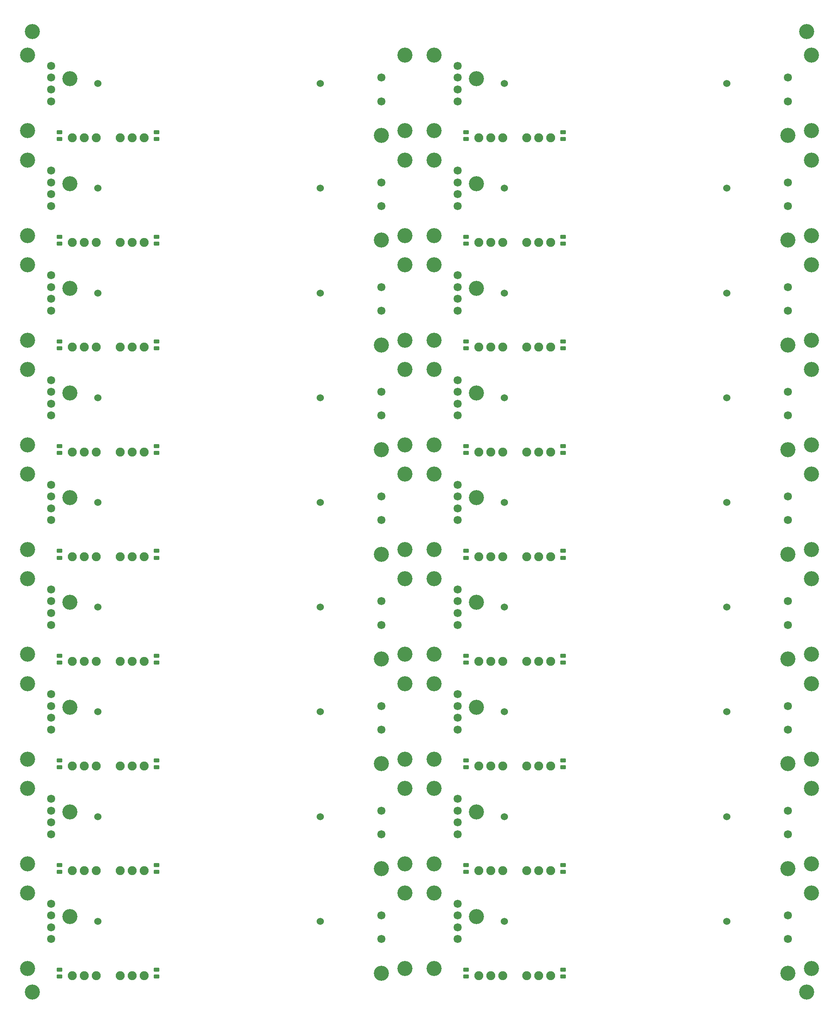
<source format=gbr>
%TF.GenerationSoftware,KiCad,Pcbnew,(5.99.0-11441-g1a5e63bcab)*%
%TF.CreationDate,2022-01-11T09:27:26+01:00*%
%TF.ProjectId,Slider_potentiometer,536c6964-6572-45f7-906f-74656e74696f,V1.1.1.*%
%TF.SameCoordinates,PX5f5e100PYe5d5e40*%
%TF.FileFunction,Soldermask,Top*%
%TF.FilePolarity,Negative*%
%FSLAX46Y46*%
G04 Gerber Fmt 4.6, Leading zero omitted, Abs format (unit mm)*
G04 Created by KiCad (PCBNEW (5.99.0-11441-g1a5e63bcab)) date 2022-01-11 09:27:26*
%MOMM*%
%LPD*%
G01*
G04 APERTURE LIST*
G04 Aperture macros list*
%AMRoundRect*
0 Rectangle with rounded corners*
0 $1 Rounding radius*
0 $2 $3 $4 $5 $6 $7 $8 $9 X,Y pos of 4 corners*
0 Add a 4 corners polygon primitive as box body*
4,1,4,$2,$3,$4,$5,$6,$7,$8,$9,$2,$3,0*
0 Add four circle primitives for the rounded corners*
1,1,$1+$1,$2,$3*
1,1,$1+$1,$4,$5*
1,1,$1+$1,$6,$7*
1,1,$1+$1,$8,$9*
0 Add four rect primitives between the rounded corners*
20,1,$1+$1,$2,$3,$4,$5,0*
20,1,$1+$1,$4,$5,$6,$7,0*
20,1,$1+$1,$6,$7,$8,$9,0*
20,1,$1+$1,$8,$9,$2,$3,0*%
G04 Aperture macros list end*
%ADD10C,3.200000*%
%ADD11RoundRect,0.100000X0.500000X-0.330000X0.500000X0.330000X-0.500000X0.330000X-0.500000X-0.330000X0*%
%ADD12RoundRect,0.100000X-0.500000X0.330000X-0.500000X-0.330000X0.500000X-0.330000X0.500000X0.330000X0*%
%ADD13C,1.900000*%
%ADD14C,1.724000*%
%ADD15C,1.524000*%
G04 APERTURE END LIST*
D10*
%TO.C,FD1*%
X4000000Y201600000D03*
%TD*%
%TO.C,FD1*%
X168200000Y201600000D03*
%TD*%
%TO.C,FD1*%
X168200000Y-2000000D03*
%TD*%
%TO.C,FD1*%
X4000000Y-2000000D03*
%TD*%
D11*
%TO.C,C2*%
X9810000Y178870000D03*
X9810000Y180330000D03*
%TD*%
D10*
%TO.C,H1*%
X89200000Y180600000D03*
%TD*%
D12*
%TO.C,C1*%
X116550000Y180330000D03*
X116550000Y178870000D03*
%TD*%
D11*
%TO.C,C2*%
X96010000Y178870000D03*
X96010000Y180330000D03*
%TD*%
D13*
%TO.C,K2*%
X98660000Y179100000D03*
X101200000Y179100000D03*
X103740000Y179100000D03*
%TD*%
D10*
%TO.C,H2*%
X89200000Y196600000D03*
%TD*%
D13*
%TO.C,K1*%
X108820000Y179100000D03*
X111360000Y179100000D03*
X113900000Y179100000D03*
%TD*%
D10*
%TO.C,FD2*%
X164200000Y179600000D03*
%TD*%
%TO.C,H3*%
X169200000Y196600000D03*
%TD*%
%TO.C,H4*%
X169200000Y180600000D03*
%TD*%
%TO.C,FD1*%
X98200000Y191600000D03*
%TD*%
D14*
%TO.C,R1*%
X94200000Y191850000D03*
X94200000Y186850000D03*
D15*
X104100000Y190600000D03*
X151300000Y190600000D03*
D14*
X94200000Y194350000D03*
X94200000Y189350000D03*
X164200000Y191850000D03*
X164200000Y186850000D03*
%TD*%
D13*
%TO.C,K2*%
X12460000Y179100000D03*
X15000000Y179100000D03*
X17540000Y179100000D03*
%TD*%
D10*
%TO.C,H3*%
X83000000Y196600000D03*
%TD*%
%TO.C,H4*%
X83000000Y180600000D03*
%TD*%
%TO.C,FD1*%
X12000000Y191600000D03*
%TD*%
D14*
%TO.C,R1*%
X8000000Y191850000D03*
X8000000Y186850000D03*
D15*
X17900000Y190600000D03*
X65100000Y190600000D03*
D14*
X8000000Y194350000D03*
X8000000Y189350000D03*
X78000000Y191850000D03*
X78000000Y186850000D03*
%TD*%
D10*
%TO.C,H1*%
X3000000Y180600000D03*
%TD*%
%TO.C,FD2*%
X78000000Y179600000D03*
%TD*%
D13*
%TO.C,K1*%
X22620000Y179100000D03*
X25160000Y179100000D03*
X27700000Y179100000D03*
%TD*%
D10*
%TO.C,H2*%
X3000000Y196600000D03*
%TD*%
D12*
%TO.C,C1*%
X30350000Y180330000D03*
X30350000Y178870000D03*
%TD*%
D11*
%TO.C,C2*%
X9810000Y156670000D03*
X9810000Y158130000D03*
%TD*%
D10*
%TO.C,H1*%
X89200000Y158400000D03*
%TD*%
D12*
%TO.C,C1*%
X116550000Y158130000D03*
X116550000Y156670000D03*
%TD*%
D11*
%TO.C,C2*%
X96010000Y156670000D03*
X96010000Y158130000D03*
%TD*%
D13*
%TO.C,K2*%
X98660000Y156900000D03*
X101200000Y156900000D03*
X103740000Y156900000D03*
%TD*%
D10*
%TO.C,H2*%
X89200000Y174400000D03*
%TD*%
D13*
%TO.C,K1*%
X108820000Y156900000D03*
X111360000Y156900000D03*
X113900000Y156900000D03*
%TD*%
D10*
%TO.C,FD2*%
X164200000Y157400000D03*
%TD*%
%TO.C,H3*%
X169200000Y174400000D03*
%TD*%
%TO.C,H4*%
X169200000Y158400000D03*
%TD*%
%TO.C,FD1*%
X98200000Y169400000D03*
%TD*%
D14*
%TO.C,R1*%
X94200000Y169650000D03*
X94200000Y164650000D03*
D15*
X104100000Y168400000D03*
X151300000Y168400000D03*
D14*
X94200000Y172150000D03*
X94200000Y167150000D03*
X164200000Y169650000D03*
X164200000Y164650000D03*
%TD*%
D13*
%TO.C,K2*%
X12460000Y156900000D03*
X15000000Y156900000D03*
X17540000Y156900000D03*
%TD*%
D10*
%TO.C,H3*%
X83000000Y174400000D03*
%TD*%
%TO.C,H4*%
X83000000Y158400000D03*
%TD*%
%TO.C,FD1*%
X12000000Y169400000D03*
%TD*%
D14*
%TO.C,R1*%
X8000000Y169650000D03*
X8000000Y164650000D03*
D15*
X17900000Y168400000D03*
X65100000Y168400000D03*
D14*
X8000000Y172150000D03*
X8000000Y167150000D03*
X78000000Y169650000D03*
X78000000Y164650000D03*
%TD*%
D10*
%TO.C,H1*%
X3000000Y158400000D03*
%TD*%
%TO.C,FD2*%
X78000000Y157400000D03*
%TD*%
D13*
%TO.C,K1*%
X22620000Y156900000D03*
X25160000Y156900000D03*
X27700000Y156900000D03*
%TD*%
D10*
%TO.C,H2*%
X3000000Y174400000D03*
%TD*%
D12*
%TO.C,C1*%
X30350000Y158130000D03*
X30350000Y156670000D03*
%TD*%
D11*
%TO.C,C2*%
X9810000Y134470000D03*
X9810000Y135930000D03*
%TD*%
D10*
%TO.C,H1*%
X89200000Y136200000D03*
%TD*%
D12*
%TO.C,C1*%
X116550000Y135930000D03*
X116550000Y134470000D03*
%TD*%
D11*
%TO.C,C2*%
X96010000Y134470000D03*
X96010000Y135930000D03*
%TD*%
D13*
%TO.C,K2*%
X98660000Y134700000D03*
X101200000Y134700000D03*
X103740000Y134700000D03*
%TD*%
D10*
%TO.C,H2*%
X89200000Y152200000D03*
%TD*%
D13*
%TO.C,K1*%
X108820000Y134700000D03*
X111360000Y134700000D03*
X113900000Y134700000D03*
%TD*%
D10*
%TO.C,FD2*%
X164200000Y135200000D03*
%TD*%
%TO.C,H3*%
X169200000Y152200000D03*
%TD*%
%TO.C,H4*%
X169200000Y136200000D03*
%TD*%
%TO.C,FD1*%
X98200000Y147200000D03*
%TD*%
D14*
%TO.C,R1*%
X94200000Y147450000D03*
X94200000Y142450000D03*
D15*
X104100000Y146200000D03*
X151300000Y146200000D03*
D14*
X94200000Y149950000D03*
X94200000Y144950000D03*
X164200000Y147450000D03*
X164200000Y142450000D03*
%TD*%
D13*
%TO.C,K2*%
X12460000Y134700000D03*
X15000000Y134700000D03*
X17540000Y134700000D03*
%TD*%
D10*
%TO.C,H3*%
X83000000Y152200000D03*
%TD*%
%TO.C,H4*%
X83000000Y136200000D03*
%TD*%
%TO.C,FD1*%
X12000000Y147200000D03*
%TD*%
D14*
%TO.C,R1*%
X8000000Y147450000D03*
X8000000Y142450000D03*
D15*
X17900000Y146200000D03*
X65100000Y146200000D03*
D14*
X8000000Y149950000D03*
X8000000Y144950000D03*
X78000000Y147450000D03*
X78000000Y142450000D03*
%TD*%
D10*
%TO.C,H1*%
X3000000Y136200000D03*
%TD*%
%TO.C,FD2*%
X78000000Y135200000D03*
%TD*%
D13*
%TO.C,K1*%
X22620000Y134700000D03*
X25160000Y134700000D03*
X27700000Y134700000D03*
%TD*%
D10*
%TO.C,H2*%
X3000000Y152200000D03*
%TD*%
D12*
%TO.C,C1*%
X30350000Y135930000D03*
X30350000Y134470000D03*
%TD*%
D11*
%TO.C,C2*%
X9810000Y112270000D03*
X9810000Y113730000D03*
%TD*%
D10*
%TO.C,H1*%
X89200000Y114000000D03*
%TD*%
D12*
%TO.C,C1*%
X116550000Y113730000D03*
X116550000Y112270000D03*
%TD*%
D11*
%TO.C,C2*%
X96010000Y112270000D03*
X96010000Y113730000D03*
%TD*%
D13*
%TO.C,K2*%
X98660000Y112500000D03*
X101200000Y112500000D03*
X103740000Y112500000D03*
%TD*%
D10*
%TO.C,H2*%
X89200000Y130000000D03*
%TD*%
D13*
%TO.C,K1*%
X108820000Y112500000D03*
X111360000Y112500000D03*
X113900000Y112500000D03*
%TD*%
D10*
%TO.C,FD2*%
X164200000Y113000000D03*
%TD*%
%TO.C,H3*%
X169200000Y130000000D03*
%TD*%
%TO.C,H4*%
X169200000Y114000000D03*
%TD*%
%TO.C,FD1*%
X98200000Y125000000D03*
%TD*%
D14*
%TO.C,R1*%
X94200000Y125250000D03*
X94200000Y120250000D03*
D15*
X104100000Y124000000D03*
X151300000Y124000000D03*
D14*
X94200000Y127750000D03*
X94200000Y122750000D03*
X164200000Y125250000D03*
X164200000Y120250000D03*
%TD*%
D13*
%TO.C,K2*%
X12460000Y112500000D03*
X15000000Y112500000D03*
X17540000Y112500000D03*
%TD*%
D10*
%TO.C,H3*%
X83000000Y130000000D03*
%TD*%
%TO.C,H4*%
X83000000Y114000000D03*
%TD*%
%TO.C,FD1*%
X12000000Y125000000D03*
%TD*%
D14*
%TO.C,R1*%
X8000000Y125250000D03*
X8000000Y120250000D03*
D15*
X17900000Y124000000D03*
X65100000Y124000000D03*
D14*
X8000000Y127750000D03*
X8000000Y122750000D03*
X78000000Y125250000D03*
X78000000Y120250000D03*
%TD*%
D10*
%TO.C,H1*%
X3000000Y114000000D03*
%TD*%
%TO.C,FD2*%
X78000000Y113000000D03*
%TD*%
D13*
%TO.C,K1*%
X22620000Y112500000D03*
X25160000Y112500000D03*
X27700000Y112500000D03*
%TD*%
D10*
%TO.C,H2*%
X3000000Y130000000D03*
%TD*%
D12*
%TO.C,C1*%
X30350000Y113730000D03*
X30350000Y112270000D03*
%TD*%
D11*
%TO.C,C2*%
X9810000Y90070000D03*
X9810000Y91530000D03*
%TD*%
D10*
%TO.C,H1*%
X89200000Y91800000D03*
%TD*%
D12*
%TO.C,C1*%
X116550000Y91530000D03*
X116550000Y90070000D03*
%TD*%
D11*
%TO.C,C2*%
X96010000Y90070000D03*
X96010000Y91530000D03*
%TD*%
D13*
%TO.C,K2*%
X98660000Y90300000D03*
X101200000Y90300000D03*
X103740000Y90300000D03*
%TD*%
D10*
%TO.C,H2*%
X89200000Y107800000D03*
%TD*%
D13*
%TO.C,K1*%
X108820000Y90300000D03*
X111360000Y90300000D03*
X113900000Y90300000D03*
%TD*%
D10*
%TO.C,FD2*%
X164200000Y90800000D03*
%TD*%
%TO.C,H3*%
X169200000Y107800000D03*
%TD*%
%TO.C,H4*%
X169200000Y91800000D03*
%TD*%
%TO.C,FD1*%
X98200000Y102800000D03*
%TD*%
D14*
%TO.C,R1*%
X94200000Y103050000D03*
X94200000Y98050000D03*
D15*
X104100000Y101800000D03*
X151300000Y101800000D03*
D14*
X94200000Y105550000D03*
X94200000Y100550000D03*
X164200000Y103050000D03*
X164200000Y98050000D03*
%TD*%
D13*
%TO.C,K2*%
X12460000Y90300000D03*
X15000000Y90300000D03*
X17540000Y90300000D03*
%TD*%
D10*
%TO.C,H3*%
X83000000Y107800000D03*
%TD*%
%TO.C,H4*%
X83000000Y91800000D03*
%TD*%
%TO.C,FD1*%
X12000000Y102800000D03*
%TD*%
D14*
%TO.C,R1*%
X8000000Y103050000D03*
X8000000Y98050000D03*
D15*
X17900000Y101800000D03*
X65100000Y101800000D03*
D14*
X8000000Y105550000D03*
X8000000Y100550000D03*
X78000000Y103050000D03*
X78000000Y98050000D03*
%TD*%
D10*
%TO.C,H1*%
X3000000Y91800000D03*
%TD*%
%TO.C,FD2*%
X78000000Y90800000D03*
%TD*%
D13*
%TO.C,K1*%
X22620000Y90300000D03*
X25160000Y90300000D03*
X27700000Y90300000D03*
%TD*%
D10*
%TO.C,H2*%
X3000000Y107800000D03*
%TD*%
D12*
%TO.C,C1*%
X30350000Y91530000D03*
X30350000Y90070000D03*
%TD*%
D11*
%TO.C,C2*%
X9810000Y67870000D03*
X9810000Y69330000D03*
%TD*%
D10*
%TO.C,H1*%
X89200000Y69600000D03*
%TD*%
D12*
%TO.C,C1*%
X116550000Y69330000D03*
X116550000Y67870000D03*
%TD*%
D11*
%TO.C,C2*%
X96010000Y67870000D03*
X96010000Y69330000D03*
%TD*%
D13*
%TO.C,K2*%
X98660000Y68100000D03*
X101200000Y68100000D03*
X103740000Y68100000D03*
%TD*%
D10*
%TO.C,H2*%
X89200000Y85600000D03*
%TD*%
D13*
%TO.C,K1*%
X108820000Y68100000D03*
X111360000Y68100000D03*
X113900000Y68100000D03*
%TD*%
D10*
%TO.C,FD2*%
X164200000Y68600000D03*
%TD*%
%TO.C,H3*%
X169200000Y85600000D03*
%TD*%
%TO.C,H4*%
X169200000Y69600000D03*
%TD*%
%TO.C,FD1*%
X98200000Y80600000D03*
%TD*%
D14*
%TO.C,R1*%
X94200000Y80850000D03*
X94200000Y75850000D03*
D15*
X104100000Y79600000D03*
X151300000Y79600000D03*
D14*
X94200000Y83350000D03*
X94200000Y78350000D03*
X164200000Y80850000D03*
X164200000Y75850000D03*
%TD*%
D13*
%TO.C,K2*%
X12460000Y68100000D03*
X15000000Y68100000D03*
X17540000Y68100000D03*
%TD*%
D10*
%TO.C,H3*%
X83000000Y85600000D03*
%TD*%
%TO.C,H4*%
X83000000Y69600000D03*
%TD*%
%TO.C,FD1*%
X12000000Y80600000D03*
%TD*%
D14*
%TO.C,R1*%
X8000000Y80850000D03*
X8000000Y75850000D03*
D15*
X17900000Y79600000D03*
X65100000Y79600000D03*
D14*
X8000000Y83350000D03*
X8000000Y78350000D03*
X78000000Y80850000D03*
X78000000Y75850000D03*
%TD*%
D10*
%TO.C,H1*%
X3000000Y69600000D03*
%TD*%
%TO.C,FD2*%
X78000000Y68600000D03*
%TD*%
D13*
%TO.C,K1*%
X22620000Y68100000D03*
X25160000Y68100000D03*
X27700000Y68100000D03*
%TD*%
D10*
%TO.C,H2*%
X3000000Y85600000D03*
%TD*%
D12*
%TO.C,C1*%
X30350000Y69330000D03*
X30350000Y67870000D03*
%TD*%
D11*
%TO.C,C2*%
X9810000Y45670000D03*
X9810000Y47130000D03*
%TD*%
D10*
%TO.C,H1*%
X89200000Y47400000D03*
%TD*%
D12*
%TO.C,C1*%
X116550000Y47130000D03*
X116550000Y45670000D03*
%TD*%
D11*
%TO.C,C2*%
X96010000Y45670000D03*
X96010000Y47130000D03*
%TD*%
D13*
%TO.C,K2*%
X98660000Y45900000D03*
X101200000Y45900000D03*
X103740000Y45900000D03*
%TD*%
D10*
%TO.C,H2*%
X89200000Y63400000D03*
%TD*%
D13*
%TO.C,K1*%
X108820000Y45900000D03*
X111360000Y45900000D03*
X113900000Y45900000D03*
%TD*%
D10*
%TO.C,FD2*%
X164200000Y46400000D03*
%TD*%
%TO.C,H3*%
X169200000Y63400000D03*
%TD*%
%TO.C,H4*%
X169200000Y47400000D03*
%TD*%
%TO.C,FD1*%
X98200000Y58400000D03*
%TD*%
D14*
%TO.C,R1*%
X94200000Y58650000D03*
X94200000Y53650000D03*
D15*
X104100000Y57400000D03*
X151300000Y57400000D03*
D14*
X94200000Y61150000D03*
X94200000Y56150000D03*
X164200000Y58650000D03*
X164200000Y53650000D03*
%TD*%
D13*
%TO.C,K2*%
X12460000Y45900000D03*
X15000000Y45900000D03*
X17540000Y45900000D03*
%TD*%
D10*
%TO.C,H3*%
X83000000Y63400000D03*
%TD*%
%TO.C,H4*%
X83000000Y47400000D03*
%TD*%
%TO.C,FD1*%
X12000000Y58400000D03*
%TD*%
D14*
%TO.C,R1*%
X8000000Y58650000D03*
X8000000Y53650000D03*
D15*
X17900000Y57400000D03*
X65100000Y57400000D03*
D14*
X8000000Y61150000D03*
X8000000Y56150000D03*
X78000000Y58650000D03*
X78000000Y53650000D03*
%TD*%
D10*
%TO.C,H1*%
X3000000Y47400000D03*
%TD*%
%TO.C,FD2*%
X78000000Y46400000D03*
%TD*%
D13*
%TO.C,K1*%
X22620000Y45900000D03*
X25160000Y45900000D03*
X27700000Y45900000D03*
%TD*%
D10*
%TO.C,H2*%
X3000000Y63400000D03*
%TD*%
D12*
%TO.C,C1*%
X30350000Y47130000D03*
X30350000Y45670000D03*
%TD*%
D11*
%TO.C,C2*%
X9810000Y23470000D03*
X9810000Y24930000D03*
%TD*%
D10*
%TO.C,H1*%
X89200000Y25200000D03*
%TD*%
D12*
%TO.C,C1*%
X116550000Y24930000D03*
X116550000Y23470000D03*
%TD*%
D11*
%TO.C,C2*%
X96010000Y23470000D03*
X96010000Y24930000D03*
%TD*%
D13*
%TO.C,K2*%
X98660000Y23700000D03*
X101200000Y23700000D03*
X103740000Y23700000D03*
%TD*%
D10*
%TO.C,H2*%
X89200000Y41200000D03*
%TD*%
D13*
%TO.C,K1*%
X108820000Y23700000D03*
X111360000Y23700000D03*
X113900000Y23700000D03*
%TD*%
D10*
%TO.C,FD2*%
X164200000Y24200000D03*
%TD*%
%TO.C,H3*%
X169200000Y41200000D03*
%TD*%
%TO.C,H4*%
X169200000Y25200000D03*
%TD*%
%TO.C,FD1*%
X98200000Y36200000D03*
%TD*%
D14*
%TO.C,R1*%
X94200000Y36450000D03*
X94200000Y31450000D03*
D15*
X104100000Y35200000D03*
X151300000Y35200000D03*
D14*
X94200000Y38950000D03*
X94200000Y33950000D03*
X164200000Y36450000D03*
X164200000Y31450000D03*
%TD*%
D13*
%TO.C,K2*%
X12460000Y23700000D03*
X15000000Y23700000D03*
X17540000Y23700000D03*
%TD*%
D10*
%TO.C,H3*%
X83000000Y41200000D03*
%TD*%
%TO.C,H4*%
X83000000Y25200000D03*
%TD*%
%TO.C,FD1*%
X12000000Y36200000D03*
%TD*%
D14*
%TO.C,R1*%
X8000000Y36450000D03*
X8000000Y31450000D03*
D15*
X17900000Y35200000D03*
X65100000Y35200000D03*
D14*
X8000000Y38950000D03*
X8000000Y33950000D03*
X78000000Y36450000D03*
X78000000Y31450000D03*
%TD*%
D10*
%TO.C,H1*%
X3000000Y25200000D03*
%TD*%
%TO.C,FD2*%
X78000000Y24200000D03*
%TD*%
D13*
%TO.C,K1*%
X22620000Y23700000D03*
X25160000Y23700000D03*
X27700000Y23700000D03*
%TD*%
D10*
%TO.C,H2*%
X3000000Y41200000D03*
%TD*%
D12*
%TO.C,C1*%
X30350000Y24930000D03*
X30350000Y23470000D03*
%TD*%
D11*
%TO.C,C2*%
X96010000Y1270000D03*
X96010000Y2730000D03*
%TD*%
D13*
%TO.C,K2*%
X98660000Y1500000D03*
X101200000Y1500000D03*
X103740000Y1500000D03*
%TD*%
D10*
%TO.C,H3*%
X169200000Y19000000D03*
%TD*%
%TO.C,H4*%
X169200000Y3000000D03*
%TD*%
%TO.C,FD1*%
X98200000Y14000000D03*
%TD*%
D14*
%TO.C,R1*%
X94200000Y14250000D03*
X94200000Y9250000D03*
D15*
X104100000Y13000000D03*
X151300000Y13000000D03*
D14*
X94200000Y16750000D03*
X94200000Y11750000D03*
X164200000Y14250000D03*
X164200000Y9250000D03*
%TD*%
D10*
%TO.C,H1*%
X89200000Y3000000D03*
%TD*%
%TO.C,FD2*%
X164200000Y2000000D03*
%TD*%
D13*
%TO.C,K1*%
X108820000Y1500000D03*
X111360000Y1500000D03*
X113900000Y1500000D03*
%TD*%
D10*
%TO.C,H2*%
X89200000Y19000000D03*
%TD*%
D12*
%TO.C,C1*%
X116550000Y2730000D03*
X116550000Y1270000D03*
%TD*%
D11*
%TO.C,C2*%
X9810000Y1270000D03*
X9810000Y2730000D03*
%TD*%
D10*
%TO.C,H1*%
X3000000Y3000000D03*
%TD*%
%TO.C,FD2*%
X78000000Y2000000D03*
%TD*%
D14*
%TO.C,R1*%
X8000000Y14250000D03*
X8000000Y9250000D03*
D15*
X17900000Y13000000D03*
X65100000Y13000000D03*
D14*
X8000000Y16750000D03*
X8000000Y11750000D03*
X78000000Y14250000D03*
X78000000Y9250000D03*
%TD*%
D10*
%TO.C,FD1*%
X12000000Y14000000D03*
%TD*%
%TO.C,H4*%
X83000000Y3000000D03*
%TD*%
%TO.C,H3*%
X83000000Y19000000D03*
%TD*%
D12*
%TO.C,C1*%
X30350000Y2730000D03*
X30350000Y1270000D03*
%TD*%
D10*
%TO.C,H2*%
X3000000Y19000000D03*
%TD*%
D13*
%TO.C,K1*%
X22620000Y1500000D03*
X25160000Y1500000D03*
X27700000Y1500000D03*
%TD*%
%TO.C,K2*%
X12460000Y1500000D03*
X15000000Y1500000D03*
X17540000Y1500000D03*
%TD*%
M02*

</source>
